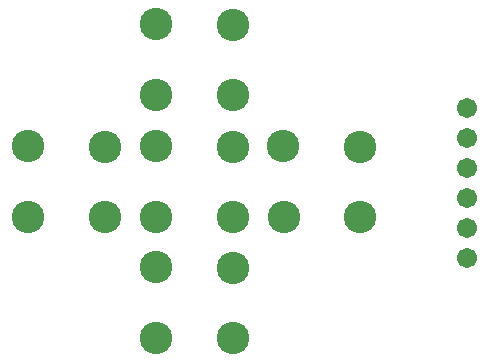
<source format=gts>
G04 Layer: TopSolderMaskLayer*
G04 EasyEDA v6.5.40, 2024-04-09 13:00:43*
G04 4fed56741cb74346b3e77f28756fcebd,df7e7e3c38a3447abd37b529b333d242,10*
G04 Gerber Generator version 0.2*
G04 Scale: 100 percent, Rotated: No, Reflected: No *
G04 Dimensions in millimeters *
G04 leading zeros omitted , absolute positions ,4 integer and 5 decimal *
%FSLAX45Y45*%
%MOMM*%

%ADD10C,2.7432*%
%ADD11C,1.7032*%

%LPD*%
D10*
G01*
X2395804Y7258583D03*
G01*
X2398801Y6659575D03*
G01*
X3047796Y7252563D03*
G01*
X3047796Y6659575D03*
G01*
X1314094Y8287308D03*
G01*
X1317091Y7688300D03*
G01*
X1966086Y8281288D03*
G01*
X1966086Y7688300D03*
G01*
X2395804Y8287308D03*
G01*
X2398801Y7688300D03*
G01*
X3047796Y8281288D03*
G01*
X3047796Y7688300D03*
G01*
X3477488Y8287283D03*
G01*
X3480485Y7688275D03*
G01*
X4129481Y8281263D03*
G01*
X4129481Y7688275D03*
G01*
X2395804Y9316008D03*
G01*
X2398801Y8717000D03*
G01*
X3047796Y9309988D03*
G01*
X3047796Y8717000D03*
D11*
G01*
X5029200Y7340600D03*
G01*
X5029200Y7594600D03*
G01*
X5029200Y7848600D03*
G01*
X5029200Y8102600D03*
G01*
X5029200Y8356600D03*
G01*
X5029200Y8610600D03*
M02*

</source>
